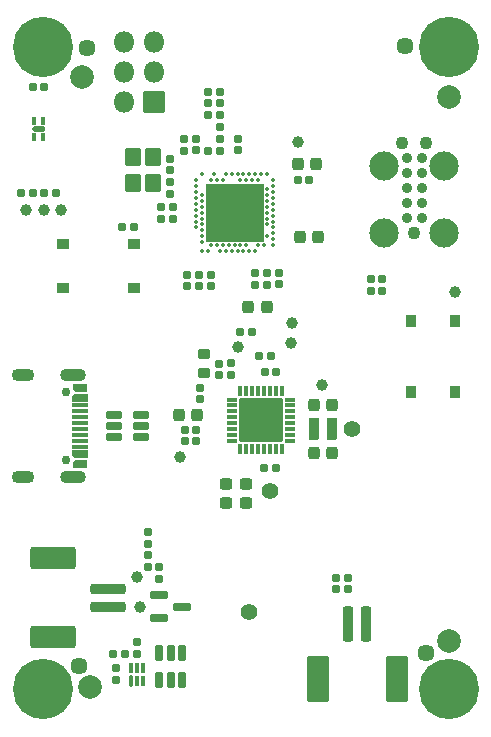
<source format=gbr>
G04 #@! TF.GenerationSoftware,KiCad,Pcbnew,8.0.9-8.0.9-0~ubuntu24.04.1*
G04 #@! TF.CreationDate,2025-04-11T12:42:37+02:00*
G04 #@! TF.ProjectId,Sensor_Nodes,53656e73-6f72-45f4-9e6f-6465732e6b69,rev?*
G04 #@! TF.SameCoordinates,Original*
G04 #@! TF.FileFunction,Soldermask,Top*
G04 #@! TF.FilePolarity,Negative*
%FSLAX46Y46*%
G04 Gerber Fmt 4.6, Leading zero omitted, Abs format (unit mm)*
G04 Created by KiCad (PCBNEW 8.0.9-8.0.9-0~ubuntu24.04.1) date 2025-04-11 12:42:37*
%MOMM*%
%LPD*%
G01*
G04 APERTURE LIST*
G04 Aperture macros list*
%AMRoundRect*
0 Rectangle with rounded corners*
0 $1 Rounding radius*
0 $2 $3 $4 $5 $6 $7 $8 $9 X,Y pos of 4 corners*
0 Add a 4 corners polygon primitive as box body*
4,1,4,$2,$3,$4,$5,$6,$7,$8,$9,$2,$3,0*
0 Add four circle primitives for the rounded corners*
1,1,$1+$1,$2,$3*
1,1,$1+$1,$4,$5*
1,1,$1+$1,$6,$7*
1,1,$1+$1,$8,$9*
0 Add four rect primitives between the rounded corners*
20,1,$1+$1,$2,$3,$4,$5,0*
20,1,$1+$1,$4,$5,$6,$7,0*
20,1,$1+$1,$6,$7,$8,$9,0*
20,1,$1+$1,$8,$9,$2,$3,0*%
%AMFreePoly0*
4,1,14,0.335355,0.610355,0.350000,0.575000,0.350000,-0.365000,0.335355,-0.400355,0.125355,-0.610355,0.090000,-0.625000,-0.300000,-0.625000,-0.335355,-0.610355,-0.350000,-0.575000,-0.350000,0.575000,-0.335355,0.610355,-0.300000,0.625000,0.300000,0.625000,0.335355,0.610355,0.335355,0.610355,$1*%
%AMFreePoly1*
4,1,14,0.335355,0.655355,0.350000,0.620000,0.350000,-0.620000,0.335355,-0.655355,0.300000,-0.670000,-0.090000,-0.670000,-0.125355,-0.655355,-0.335355,-0.445355,-0.350000,-0.410000,-0.350000,0.620000,-0.335355,0.655355,-0.300000,0.670000,0.300000,0.670000,0.335355,0.655355,0.335355,0.655355,$1*%
%AMFreePoly2*
4,1,14,0.335355,0.655355,0.350000,0.620000,0.350000,-0.410000,0.335355,-0.445355,0.125355,-0.655355,0.090000,-0.670000,-0.300000,-0.670000,-0.335355,-0.655355,-0.350000,-0.620000,-0.350000,0.620000,-0.335355,0.655355,-0.300000,0.670000,0.300000,0.670000,0.335355,0.655355,0.335355,0.655355,$1*%
%AMFreePoly3*
4,1,14,0.335355,0.610355,0.350000,0.575000,0.350000,-0.575000,0.335355,-0.610355,0.300000,-0.625000,-0.090000,-0.625000,-0.125355,-0.610355,-0.335355,-0.400355,-0.350000,-0.365000,-0.350000,0.575000,-0.335355,0.610355,-0.300000,0.625000,0.300000,0.625000,0.335355,0.610355,0.335355,0.610355,$1*%
G04 Aperture macros list end*
%ADD10RoundRect,0.165000X0.165000X0.195000X-0.165000X0.195000X-0.165000X-0.195000X0.165000X-0.195000X0*%
%ADD11RoundRect,0.165000X0.195000X-0.165000X0.195000X0.165000X-0.195000X0.165000X-0.195000X-0.165000X0*%
%ADD12RoundRect,0.165000X-0.195000X0.165000X-0.195000X-0.165000X0.195000X-0.165000X0.195000X0.165000X0*%
%ADD13RoundRect,0.165000X-0.165000X-0.195000X0.165000X-0.195000X0.165000X0.195000X-0.165000X0.195000X0*%
%ADD14C,1.000000*%
%ADD15RoundRect,0.175000X-0.175000X0.537500X-0.175000X-0.537500X0.175000X-0.537500X0.175000X0.537500X0*%
%ADD16RoundRect,0.050000X0.500000X0.375000X-0.500000X0.375000X-0.500000X-0.375000X0.500000X-0.375000X0*%
%ADD17RoundRect,0.172500X0.197500X-0.172500X0.197500X0.172500X-0.197500X0.172500X-0.197500X-0.172500X0*%
%ADD18RoundRect,0.160000X0.210000X-0.160000X0.210000X0.160000X-0.210000X0.160000X-0.210000X-0.160000X0*%
%ADD19RoundRect,0.225000X-0.225000X0.725000X-0.225000X-0.725000X0.225000X-0.725000X0.225000X0.725000X0*%
%ADD20C,0.350000*%
%ADD21RoundRect,0.050000X-2.425000X2.425000X-2.425000X-2.425000X2.425000X-2.425000X2.425000X2.425000X0*%
%ADD22RoundRect,0.160000X-0.160000X-0.210000X0.160000X-0.210000X0.160000X0.210000X-0.160000X0.210000X0*%
%ADD23RoundRect,0.175000X-0.612500X-0.175000X0.612500X-0.175000X0.612500X0.175000X-0.612500X0.175000X0*%
%ADD24C,1.448000*%
%ADD25C,1.400000*%
%ADD26RoundRect,0.175000X0.537500X0.175000X-0.537500X0.175000X-0.537500X-0.175000X0.537500X-0.175000X0*%
%ADD27C,0.900000*%
%ADD28C,5.100000*%
%ADD29RoundRect,0.250000X0.250000X0.275000X-0.250000X0.275000X-0.250000X-0.275000X0.250000X-0.275000X0*%
%ADD30RoundRect,0.160000X-0.210000X0.160000X-0.210000X-0.160000X0.210000X-0.160000X0.210000X0.160000X0*%
%ADD31RoundRect,0.160000X0.160000X0.210000X-0.160000X0.210000X-0.160000X-0.210000X0.160000X-0.210000X0*%
%ADD32C,2.000000*%
%ADD33C,2.474900*%
%ADD34C,1.090600*%
%ADD35C,0.887400*%
%ADD36RoundRect,0.087500X0.362500X0.087500X-0.362500X0.087500X-0.362500X-0.087500X0.362500X-0.087500X0*%
%ADD37RoundRect,0.087500X0.087500X0.362500X-0.087500X0.362500X-0.087500X-0.362500X0.087500X-0.362500X0*%
%ADD38RoundRect,0.050000X1.800000X1.800000X-1.800000X1.800000X-1.800000X-1.800000X1.800000X-1.800000X0*%
%ADD39RoundRect,0.050000X0.150000X-0.250000X0.150000X0.250000X-0.150000X0.250000X-0.150000X-0.250000X0*%
%ADD40C,0.500000*%
%ADD41RoundRect,0.125000X-0.425000X-0.125000X0.425000X-0.125000X0.425000X0.125000X-0.425000X0.125000X0*%
%ADD42RoundRect,0.225000X0.300000X-0.225000X0.300000X0.225000X-0.300000X0.225000X-0.300000X-0.225000X0*%
%ADD43RoundRect,0.225000X-1.275000X0.225000X-1.275000X-0.225000X1.275000X-0.225000X1.275000X0.225000X0*%
%ADD44RoundRect,0.263889X-1.686111X0.686111X-1.686111X-0.686111X1.686111X-0.686111X1.686111X0.686111X0*%
%ADD45RoundRect,0.095000X-0.095000X-0.380000X0.095000X-0.380000X0.095000X0.380000X-0.095000X0.380000X0*%
%ADD46RoundRect,0.095000X-0.095000X-0.330000X0.095000X-0.330000X0.095000X0.330000X-0.095000X0.330000X0*%
%ADD47RoundRect,0.243750X-0.281250X0.243750X-0.281250X-0.243750X0.281250X-0.243750X0.281250X0.243750X0*%
%ADD48RoundRect,0.050000X-0.600000X0.700000X-0.600000X-0.700000X0.600000X-0.700000X0.600000X0.700000X0*%
%ADD49RoundRect,0.250000X-0.250000X-0.275000X0.250000X-0.275000X0.250000X0.275000X-0.250000X0.275000X0*%
%ADD50RoundRect,0.050000X0.375000X-0.500000X0.375000X0.500000X-0.375000X0.500000X-0.375000X-0.500000X0*%
%ADD51C,0.750000*%
%ADD52FreePoly0,270.000000*%
%ADD53FreePoly1,270.000000*%
%ADD54RoundRect,0.050000X-0.620000X0.150000X-0.620000X-0.150000X0.620000X-0.150000X0.620000X0.150000X0*%
%ADD55FreePoly2,270.000000*%
%ADD56FreePoly3,270.000000*%
%ADD57O,2.200000X1.100000*%
%ADD58O,1.900000X1.100000*%
%ADD59RoundRect,0.225000X-0.225000X-1.275000X0.225000X-1.275000X0.225000X1.275000X-0.225000X1.275000X0*%
%ADD60RoundRect,0.263889X-0.686111X-1.686111X0.686111X-1.686111X0.686111X1.686111X-0.686111X1.686111X0*%
%ADD61RoundRect,0.050000X0.850000X0.850000X-0.850000X0.850000X-0.850000X-0.850000X0.850000X-0.850000X0*%
%ADD62O,1.800000X1.800000*%
%ADD63RoundRect,0.243750X-0.243750X-0.281250X0.243750X-0.281250X0.243750X0.281250X-0.243750X0.281250X0*%
G04 APERTURE END LIST*
D10*
X100940000Y-107761000D03*
X99980000Y-107761000D03*
D11*
X98710000Y-84786000D03*
X98710000Y-83826000D03*
D12*
X116710000Y-94051000D03*
X116710000Y-95011000D03*
D10*
X98960000Y-88906000D03*
X98000000Y-88906000D03*
D13*
X106780000Y-101861000D03*
X107740000Y-101861000D03*
D14*
X86540000Y-88133500D03*
D15*
X99730000Y-125721000D03*
X98780000Y-125721000D03*
X97830000Y-125721000D03*
X97830000Y-127996000D03*
X98780000Y-127996000D03*
X99730000Y-127996000D03*
D16*
X95680000Y-94821000D03*
X89680000Y-94821000D03*
X89680000Y-91071000D03*
X95680000Y-91071000D03*
D17*
X102930000Y-82136000D03*
X102930000Y-81166000D03*
D11*
X102910000Y-102141000D03*
X102910000Y-101181000D03*
D18*
X115710000Y-95031000D03*
X115710000Y-94011000D03*
D14*
X96160000Y-121751000D03*
D10*
X98960000Y-87906000D03*
X98000000Y-87906000D03*
D19*
X112435000Y-106721000D03*
X110935000Y-106721000D03*
D11*
X95930000Y-125731000D03*
X95930000Y-124771000D03*
D20*
X100950000Y-89650000D03*
X100950000Y-89150000D03*
X100950000Y-88650000D03*
X100950000Y-88150000D03*
X100950000Y-87650000D03*
X100950000Y-87150000D03*
X100950000Y-86650000D03*
X100950000Y-86150000D03*
X100950000Y-85650000D03*
X106450000Y-85150000D03*
X106700000Y-91150000D03*
X106950000Y-90400000D03*
X106950000Y-89400000D03*
X106950000Y-88900000D03*
X106950000Y-88400000D03*
X106950000Y-87900000D03*
X106950000Y-87400000D03*
X106950000Y-86900000D03*
X106950000Y-86400000D03*
X106950000Y-85150000D03*
X107450000Y-91150000D03*
X107450000Y-90650000D03*
X107450000Y-90150000D03*
X107450000Y-89650000D03*
X107450000Y-89150000D03*
X107450000Y-88650000D03*
X107450000Y-88150000D03*
X107450000Y-87650000D03*
X107450000Y-87150000D03*
X107450000Y-86650000D03*
X107450000Y-86150000D03*
X107450000Y-85650000D03*
X101450000Y-91650000D03*
X101450000Y-90900000D03*
X101450000Y-90400000D03*
X101450000Y-89900000D03*
X101450000Y-89400000D03*
X101450000Y-88900000D03*
X101450000Y-88400000D03*
X101450000Y-87900000D03*
X101450000Y-87400000D03*
X101450000Y-86900000D03*
X101450000Y-85150000D03*
X101950000Y-91650000D03*
X102200000Y-91150000D03*
X102200000Y-85650000D03*
X102450000Y-85150000D03*
D21*
X104200000Y-88400000D03*
D20*
X102700000Y-91150000D03*
X102700000Y-85650000D03*
X102950000Y-91650000D03*
X103200000Y-91150000D03*
X103200000Y-85650000D03*
X103450000Y-91650000D03*
X103450000Y-85150000D03*
X103700000Y-91150000D03*
X103950000Y-91650000D03*
X103950000Y-85150000D03*
X104200000Y-91150000D03*
X104450000Y-91650000D03*
X104450000Y-85150000D03*
X104700000Y-91150000D03*
X104700000Y-85650000D03*
X104950000Y-91650000D03*
X104950000Y-85150000D03*
X105200000Y-91150000D03*
X105200000Y-85650000D03*
X105450000Y-91650000D03*
X105450000Y-85150000D03*
X105700000Y-85650000D03*
X105950000Y-91650000D03*
X105950000Y-85150000D03*
X106200000Y-91150000D03*
X106200000Y-85650000D03*
D22*
X86145000Y-86708500D03*
X87165000Y-86708500D03*
X93900000Y-125733500D03*
X94920000Y-125733500D03*
D23*
X97842500Y-120811000D03*
X97842500Y-122711000D03*
X99717500Y-121761000D03*
D22*
X104670000Y-98501000D03*
X105690000Y-98501000D03*
D24*
X91030000Y-126771000D03*
D25*
X114120000Y-106731000D03*
D24*
X120390000Y-125661000D03*
D14*
X88040000Y-88133500D03*
D25*
X107185000Y-111971000D03*
D26*
X96247500Y-107421000D03*
X96247500Y-106471000D03*
X96247500Y-105521000D03*
X93972500Y-105521000D03*
X93972500Y-106471000D03*
X93972500Y-107421000D03*
D12*
X98710000Y-85826000D03*
X98710000Y-86786000D03*
D27*
X86115000Y-74376000D03*
X86664175Y-73050175D03*
X86664175Y-75701825D03*
X87990000Y-72501000D03*
D28*
X87990000Y-74376000D03*
D27*
X87990000Y-76251000D03*
X89315825Y-73050175D03*
X89315825Y-75701825D03*
X89865000Y-74376000D03*
D13*
X106710000Y-109991000D03*
X107670000Y-109991000D03*
D29*
X101020000Y-105511000D03*
X99470000Y-105511000D03*
D30*
X94180000Y-126941000D03*
X94180000Y-127961000D03*
D31*
X113830000Y-119291000D03*
X112810000Y-119291000D03*
D30*
X106970000Y-93511000D03*
X106970000Y-94531000D03*
D24*
X91740000Y-74461000D03*
D32*
X122370000Y-78581000D03*
D14*
X108990000Y-99401000D03*
X109550000Y-82391000D03*
D10*
X100940000Y-106761000D03*
X99980000Y-106761000D03*
D33*
X116875000Y-90141000D03*
D34*
X119415000Y-90141000D03*
D33*
X121955000Y-90141000D03*
X116875000Y-84426000D03*
X121955000Y-84426000D03*
D34*
X118400000Y-82521000D03*
X120430000Y-82521000D03*
D35*
X120050000Y-88871000D03*
X120050000Y-87601000D03*
X120050000Y-86331000D03*
X120050000Y-85061000D03*
X120050000Y-83791000D03*
X118780000Y-83791000D03*
X118780000Y-85061000D03*
X118780000Y-86331000D03*
X118780000Y-87601000D03*
X118780000Y-88871000D03*
D22*
X112820000Y-120291000D03*
X113840000Y-120291000D03*
D36*
X108885000Y-107721000D03*
X108885000Y-107221000D03*
X108885000Y-106721000D03*
X108885000Y-106221000D03*
X108885000Y-105721000D03*
X108885000Y-105221000D03*
X108885000Y-104721000D03*
X108885000Y-104221000D03*
D37*
X108185000Y-103521000D03*
X107685000Y-103521000D03*
X107185000Y-103521000D03*
X106685000Y-103521000D03*
X106185000Y-103521000D03*
X105685000Y-103521000D03*
X105185000Y-103521000D03*
X104685000Y-103521000D03*
D36*
X103985000Y-104221000D03*
X103985000Y-104721000D03*
X103985000Y-105221000D03*
X103985000Y-105721000D03*
X103985000Y-106221000D03*
X103985000Y-106721000D03*
X103985000Y-107221000D03*
X103985000Y-107721000D03*
D37*
X104685000Y-108421000D03*
X105185000Y-108421000D03*
X105685000Y-108421000D03*
X106185000Y-108421000D03*
X106685000Y-108421000D03*
X107185000Y-108421000D03*
X107685000Y-108421000D03*
X108185000Y-108421000D03*
D38*
X106435000Y-105971000D03*
D12*
X107980000Y-93521000D03*
X107980000Y-94481000D03*
D39*
X87220000Y-82008500D03*
X88020000Y-82008500D03*
X88020000Y-80608500D03*
X87220000Y-80608500D03*
D40*
X87320000Y-81308500D03*
D41*
X87620000Y-81308500D03*
D40*
X87920000Y-81308500D03*
D42*
X101630000Y-102006000D03*
X101630000Y-100356000D03*
D43*
X93510000Y-120261000D03*
X93510000Y-121761000D03*
D44*
X88810000Y-117661000D03*
X88810000Y-124361000D03*
D12*
X101210000Y-93676000D03*
X101210000Y-94636000D03*
D45*
X95430000Y-128041000D03*
D46*
X95930000Y-128091000D03*
X96430000Y-128091000D03*
X96430000Y-126941000D03*
X95930000Y-126941000D03*
X95430000Y-126941000D03*
D30*
X97840000Y-118391000D03*
X97840000Y-119411000D03*
D10*
X102930000Y-79151000D03*
X101970000Y-79151000D03*
D32*
X91250000Y-76901000D03*
D47*
X105185000Y-111396000D03*
X105185000Y-112971000D03*
D14*
X99570000Y-109061000D03*
D10*
X102930000Y-78151000D03*
X101970000Y-78151000D03*
D13*
X109550000Y-85651000D03*
X110510000Y-85651000D03*
D12*
X105947500Y-93538500D03*
X105947500Y-94498500D03*
D48*
X95610000Y-83706000D03*
X95610000Y-85906000D03*
X97310000Y-85906000D03*
X97310000Y-83706000D03*
D49*
X110910000Y-108721000D03*
X112460000Y-108721000D03*
D27*
X120509175Y-74386825D03*
X121058350Y-73061000D03*
X121058350Y-75712650D03*
X122384175Y-72511825D03*
D28*
X122384175Y-74386825D03*
D27*
X122384175Y-76261825D03*
X123710000Y-73061000D03*
X123710000Y-75712650D03*
X124259175Y-74386825D03*
D10*
X102930000Y-80151000D03*
X101970000Y-80151000D03*
D12*
X100200000Y-93681000D03*
X100200000Y-94641000D03*
X102235000Y-93676000D03*
X102235000Y-94636000D03*
D50*
X119140000Y-103546000D03*
X119140000Y-97546000D03*
X122890000Y-97546000D03*
X122890000Y-103546000D03*
D14*
X104460000Y-99801000D03*
D11*
X101270000Y-104201000D03*
X101270000Y-103241000D03*
D31*
X107280000Y-100521000D03*
X106260000Y-100521000D03*
D27*
X86129175Y-128756825D03*
X86678350Y-127431000D03*
X86678350Y-130082650D03*
X88004175Y-126881825D03*
D28*
X88004175Y-128756825D03*
D27*
X88004175Y-130631825D03*
X89330000Y-127431000D03*
X89330000Y-130082650D03*
X89879175Y-128756825D03*
D10*
X102930000Y-83151000D03*
X101970000Y-83151000D03*
D11*
X104460000Y-83136000D03*
X104460000Y-82176000D03*
D51*
X89960000Y-103581000D03*
X89960000Y-109361000D03*
D52*
X91130000Y-103271000D03*
D53*
X91080000Y-104071000D03*
D54*
X91080000Y-105221000D03*
X91080000Y-106221000D03*
X91080000Y-106721000D03*
X91080000Y-107721000D03*
D55*
X91080000Y-108871000D03*
D56*
X91130000Y-109671000D03*
X91130000Y-109671000D03*
D55*
X91080000Y-108871000D03*
D54*
X91080000Y-108221000D03*
X91080000Y-107221000D03*
X91080000Y-105721000D03*
X91080000Y-104721000D03*
D53*
X91080000Y-104071000D03*
D52*
X91130000Y-103271000D03*
D57*
X90480000Y-102151000D03*
D58*
X86280000Y-102151000D03*
D57*
X90480000Y-110791000D03*
D58*
X86280000Y-110791000D03*
D18*
X96830000Y-116451000D03*
X96830000Y-115431000D03*
D11*
X100960000Y-83136000D03*
X100960000Y-82176000D03*
D22*
X94670000Y-89611000D03*
X95690000Y-89611000D03*
D59*
X113840000Y-123211000D03*
X115340000Y-123211000D03*
D60*
X111240000Y-127911000D03*
X117940000Y-127911000D03*
D49*
X109745000Y-90421000D03*
X111295000Y-90421000D03*
D14*
X111585000Y-102971000D03*
D49*
X110910000Y-104721000D03*
X112460000Y-104721000D03*
D18*
X103920000Y-102186000D03*
X103920000Y-101166000D03*
D25*
X105430000Y-122211000D03*
D14*
X109030000Y-97771000D03*
D61*
X97340000Y-79071000D03*
D62*
X94800000Y-79071000D03*
X97340000Y-76531000D03*
X94800000Y-76531000D03*
X97340000Y-73991000D03*
X94800000Y-73991000D03*
D31*
X89085000Y-86708500D03*
X88065000Y-86708500D03*
D11*
X99960000Y-83156000D03*
X99960000Y-82196000D03*
D63*
X105352500Y-96361000D03*
X106927500Y-96361000D03*
D24*
X118630000Y-74321000D03*
D18*
X96830000Y-118391000D03*
X96830000Y-117371000D03*
D49*
X109547500Y-84293500D03*
X111097500Y-84293500D03*
D47*
X103440000Y-111411000D03*
X103440000Y-112986000D03*
D32*
X91980000Y-128591000D03*
D10*
X88100000Y-77758500D03*
X87140000Y-77758500D03*
D14*
X95980000Y-119251000D03*
D27*
X120500000Y-128751000D03*
X121049175Y-127425175D03*
X121049175Y-130076825D03*
X122375000Y-126876000D03*
D28*
X122375000Y-128751000D03*
D27*
X122375000Y-130626000D03*
X123700825Y-127425175D03*
X123700825Y-130076825D03*
X124250000Y-128751000D03*
D32*
X122340000Y-124651000D03*
D14*
X89540000Y-88133500D03*
X122890000Y-95131000D03*
M02*

</source>
